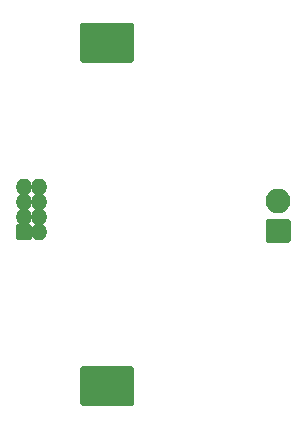
<source format=gbr>
G04 #@! TF.GenerationSoftware,KiCad,Pcbnew,5.1.10*
G04 #@! TF.CreationDate,2021-08-14T17:42:51+03:00*
G04 #@! TF.ProjectId,PlantBuddy,506c616e-7442-4756-9464-792e6b696361,rev?*
G04 #@! TF.SameCoordinates,Original*
G04 #@! TF.FileFunction,Soldermask,Bot*
G04 #@! TF.FilePolarity,Negative*
%FSLAX46Y46*%
G04 Gerber Fmt 4.6, Leading zero omitted, Abs format (unit mm)*
G04 Created by KiCad (PCBNEW 5.1.10) date 2021-08-14 17:42:51*
%MOMM*%
%LPD*%
G01*
G04 APERTURE LIST*
%ADD10O,1.400000X1.400000*%
%ADD11O,2.100000X2.100000*%
G04 APERTURE END LIST*
D10*
X59826800Y-62041600D03*
X58556800Y-62041600D03*
X59826800Y-63311600D03*
X58556800Y-63311600D03*
X59826800Y-64581600D03*
X58556800Y-64581600D03*
X59826800Y-65851600D03*
G36*
G01*
X57856800Y-66351600D02*
X57856800Y-65351600D01*
G75*
G02*
X58056800Y-65151600I200000J0D01*
G01*
X59056800Y-65151600D01*
G75*
G02*
X59256800Y-65351600I0J-200000D01*
G01*
X59256800Y-66351600D01*
G75*
G02*
X59056800Y-66551600I-200000J0D01*
G01*
X58056800Y-66551600D01*
G75*
G02*
X57856800Y-66351600I0J200000D01*
G01*
G37*
G36*
G01*
X79046000Y-66600000D02*
X79046000Y-64900000D01*
G75*
G02*
X79246000Y-64700000I200000J0D01*
G01*
X80946000Y-64700000D01*
G75*
G02*
X81146000Y-64900000I0J-200000D01*
G01*
X81146000Y-66600000D01*
G75*
G02*
X80946000Y-66800000I-200000J0D01*
G01*
X79246000Y-66800000D01*
G75*
G02*
X79046000Y-66600000I0J200000D01*
G01*
G37*
D11*
X80096000Y-63210000D03*
G36*
G01*
X63518000Y-48103000D02*
X67718000Y-48103000D01*
G75*
G02*
X67918000Y-48303000I0J-200000D01*
G01*
X67918000Y-51303000D01*
G75*
G02*
X67718000Y-51503000I-200000J0D01*
G01*
X63518000Y-51503000D01*
G75*
G02*
X63318000Y-51303000I0J200000D01*
G01*
X63318000Y-48303000D01*
G75*
G02*
X63518000Y-48103000I200000J0D01*
G01*
G37*
G36*
G01*
X63518000Y-77203000D02*
X67718000Y-77203000D01*
G75*
G02*
X67918000Y-77403000I0J-200000D01*
G01*
X67918000Y-80403000D01*
G75*
G02*
X67718000Y-80603000I-200000J0D01*
G01*
X63518000Y-80603000D01*
G75*
G02*
X63318000Y-80403000I0J200000D01*
G01*
X63318000Y-77403000D01*
G75*
G02*
X63518000Y-77203000I200000J0D01*
G01*
G37*
M02*

</source>
